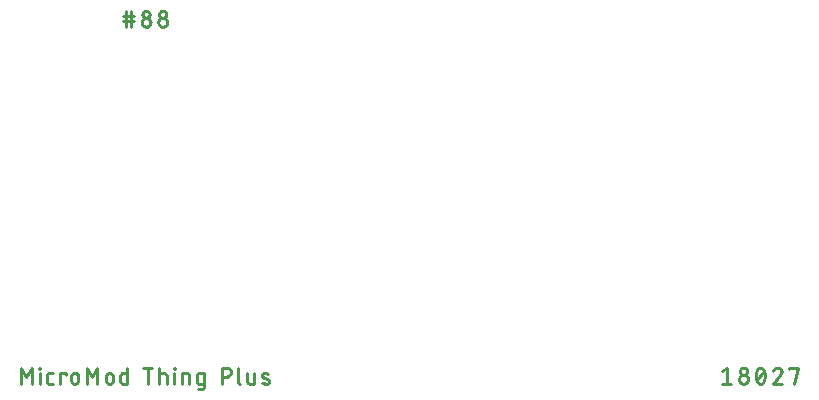
<source format=gto>
G04 EAGLE Gerber RS-274X export*
G75*
%MOMM*%
%FSLAX34Y34*%
%LPD*%
%INSilkscreen Top*%
%IPPOS*%
%AMOC8*
5,1,8,0,0,1.08239X$1,22.5*%
G01*
%ADD10C,0.228600*%


D10*
X178278Y263165D02*
X187338Y263165D01*
X187338Y267695D02*
X178278Y267695D01*
X180543Y272225D02*
X180543Y258636D01*
X185073Y258636D02*
X185073Y272225D01*
X193689Y262410D02*
X193691Y262531D01*
X193697Y262652D01*
X193706Y262772D01*
X193720Y262893D01*
X193737Y263012D01*
X193759Y263132D01*
X193784Y263250D01*
X193812Y263368D01*
X193845Y263484D01*
X193881Y263600D01*
X193921Y263714D01*
X193965Y263827D01*
X194012Y263938D01*
X194063Y264048D01*
X194117Y264156D01*
X194175Y264262D01*
X194236Y264367D01*
X194300Y264469D01*
X194368Y264570D01*
X194439Y264668D01*
X194513Y264764D01*
X194590Y264857D01*
X194669Y264948D01*
X194752Y265036D01*
X194838Y265122D01*
X194926Y265205D01*
X195017Y265284D01*
X195110Y265361D01*
X195206Y265435D01*
X195304Y265506D01*
X195405Y265574D01*
X195507Y265638D01*
X195612Y265699D01*
X195718Y265757D01*
X195826Y265811D01*
X195936Y265862D01*
X196047Y265909D01*
X196160Y265953D01*
X196274Y265993D01*
X196390Y266029D01*
X196506Y266062D01*
X196624Y266090D01*
X196742Y266115D01*
X196862Y266137D01*
X196981Y266154D01*
X197102Y266168D01*
X197222Y266177D01*
X197343Y266183D01*
X197464Y266185D01*
X197585Y266183D01*
X197706Y266177D01*
X197826Y266168D01*
X197947Y266154D01*
X198066Y266137D01*
X198186Y266115D01*
X198304Y266090D01*
X198422Y266062D01*
X198538Y266029D01*
X198654Y265993D01*
X198768Y265953D01*
X198881Y265909D01*
X198992Y265862D01*
X199102Y265811D01*
X199210Y265757D01*
X199316Y265699D01*
X199421Y265638D01*
X199523Y265574D01*
X199624Y265506D01*
X199722Y265435D01*
X199818Y265361D01*
X199911Y265284D01*
X200002Y265205D01*
X200090Y265122D01*
X200176Y265036D01*
X200259Y264948D01*
X200338Y264857D01*
X200415Y264764D01*
X200489Y264668D01*
X200560Y264570D01*
X200628Y264469D01*
X200692Y264367D01*
X200753Y264262D01*
X200811Y264156D01*
X200865Y264048D01*
X200916Y263938D01*
X200963Y263827D01*
X201007Y263714D01*
X201047Y263600D01*
X201083Y263484D01*
X201116Y263368D01*
X201144Y263250D01*
X201169Y263132D01*
X201191Y263012D01*
X201208Y262893D01*
X201222Y262772D01*
X201231Y262652D01*
X201237Y262531D01*
X201239Y262410D01*
X201237Y262289D01*
X201231Y262168D01*
X201222Y262048D01*
X201208Y261927D01*
X201191Y261808D01*
X201169Y261688D01*
X201144Y261570D01*
X201116Y261452D01*
X201083Y261336D01*
X201047Y261220D01*
X201007Y261106D01*
X200963Y260993D01*
X200916Y260882D01*
X200865Y260772D01*
X200811Y260664D01*
X200753Y260558D01*
X200692Y260453D01*
X200628Y260351D01*
X200560Y260250D01*
X200489Y260152D01*
X200415Y260056D01*
X200338Y259963D01*
X200259Y259872D01*
X200176Y259784D01*
X200090Y259698D01*
X200002Y259615D01*
X199911Y259536D01*
X199818Y259459D01*
X199722Y259385D01*
X199624Y259314D01*
X199523Y259246D01*
X199421Y259182D01*
X199316Y259121D01*
X199210Y259063D01*
X199102Y259009D01*
X198992Y258958D01*
X198881Y258911D01*
X198768Y258867D01*
X198654Y258827D01*
X198538Y258791D01*
X198422Y258758D01*
X198304Y258730D01*
X198186Y258705D01*
X198066Y258683D01*
X197947Y258666D01*
X197826Y258652D01*
X197706Y258643D01*
X197585Y258637D01*
X197464Y258635D01*
X197343Y258637D01*
X197222Y258643D01*
X197102Y258652D01*
X196981Y258666D01*
X196862Y258683D01*
X196742Y258705D01*
X196624Y258730D01*
X196506Y258758D01*
X196390Y258791D01*
X196274Y258827D01*
X196160Y258867D01*
X196047Y258911D01*
X195936Y258958D01*
X195826Y259009D01*
X195718Y259063D01*
X195612Y259121D01*
X195507Y259182D01*
X195405Y259246D01*
X195304Y259314D01*
X195206Y259385D01*
X195110Y259459D01*
X195017Y259536D01*
X194926Y259615D01*
X194838Y259698D01*
X194752Y259784D01*
X194669Y259872D01*
X194590Y259963D01*
X194513Y260056D01*
X194439Y260152D01*
X194368Y260250D01*
X194300Y260351D01*
X194236Y260453D01*
X194175Y260558D01*
X194117Y260664D01*
X194063Y260772D01*
X194012Y260882D01*
X193965Y260993D01*
X193921Y261106D01*
X193881Y261220D01*
X193845Y261336D01*
X193812Y261452D01*
X193784Y261570D01*
X193759Y261688D01*
X193737Y261808D01*
X193720Y261927D01*
X193706Y262048D01*
X193697Y262168D01*
X193691Y262289D01*
X193689Y262410D01*
X194444Y269205D02*
X194446Y269314D01*
X194452Y269423D01*
X194462Y269532D01*
X194475Y269640D01*
X194493Y269747D01*
X194515Y269854D01*
X194540Y269960D01*
X194569Y270065D01*
X194602Y270169D01*
X194639Y270272D01*
X194679Y270373D01*
X194723Y270473D01*
X194771Y270571D01*
X194822Y270668D01*
X194876Y270762D01*
X194934Y270854D01*
X194995Y270945D01*
X195060Y271033D01*
X195127Y271118D01*
X195198Y271201D01*
X195271Y271282D01*
X195348Y271360D01*
X195427Y271435D01*
X195509Y271507D01*
X195593Y271576D01*
X195680Y271642D01*
X195769Y271705D01*
X195861Y271764D01*
X195954Y271820D01*
X196049Y271873D01*
X196147Y271923D01*
X196246Y271968D01*
X196346Y272011D01*
X196448Y272049D01*
X196552Y272084D01*
X196656Y272115D01*
X196762Y272142D01*
X196868Y272166D01*
X196975Y272185D01*
X197083Y272201D01*
X197192Y272213D01*
X197301Y272221D01*
X197409Y272225D01*
X197519Y272225D01*
X197627Y272221D01*
X197736Y272213D01*
X197845Y272201D01*
X197953Y272185D01*
X198060Y272166D01*
X198166Y272142D01*
X198272Y272115D01*
X198376Y272084D01*
X198480Y272049D01*
X198582Y272011D01*
X198682Y271968D01*
X198781Y271923D01*
X198879Y271873D01*
X198974Y271820D01*
X199067Y271764D01*
X199159Y271705D01*
X199248Y271642D01*
X199335Y271576D01*
X199419Y271507D01*
X199501Y271435D01*
X199580Y271360D01*
X199657Y271282D01*
X199730Y271201D01*
X199801Y271118D01*
X199868Y271033D01*
X199933Y270945D01*
X199994Y270854D01*
X200052Y270762D01*
X200106Y270668D01*
X200157Y270571D01*
X200205Y270473D01*
X200249Y270373D01*
X200289Y270272D01*
X200326Y270169D01*
X200359Y270065D01*
X200388Y269960D01*
X200413Y269854D01*
X200435Y269747D01*
X200453Y269640D01*
X200466Y269532D01*
X200476Y269423D01*
X200482Y269314D01*
X200484Y269205D01*
X200482Y269096D01*
X200476Y268987D01*
X200466Y268878D01*
X200453Y268770D01*
X200435Y268663D01*
X200413Y268556D01*
X200388Y268450D01*
X200359Y268345D01*
X200326Y268241D01*
X200289Y268138D01*
X200249Y268037D01*
X200205Y267937D01*
X200157Y267839D01*
X200106Y267742D01*
X200052Y267648D01*
X199994Y267556D01*
X199933Y267465D01*
X199868Y267377D01*
X199801Y267292D01*
X199730Y267209D01*
X199657Y267128D01*
X199580Y267050D01*
X199501Y266975D01*
X199419Y266903D01*
X199335Y266834D01*
X199248Y266768D01*
X199159Y266705D01*
X199067Y266646D01*
X198974Y266590D01*
X198879Y266537D01*
X198781Y266487D01*
X198682Y266442D01*
X198582Y266399D01*
X198480Y266361D01*
X198376Y266326D01*
X198272Y266295D01*
X198166Y266268D01*
X198060Y266244D01*
X197953Y266225D01*
X197845Y266209D01*
X197736Y266197D01*
X197627Y266189D01*
X197519Y266185D01*
X197409Y266185D01*
X197301Y266189D01*
X197192Y266197D01*
X197083Y266209D01*
X196975Y266225D01*
X196868Y266244D01*
X196762Y266268D01*
X196656Y266295D01*
X196552Y266326D01*
X196448Y266361D01*
X196346Y266399D01*
X196246Y266442D01*
X196147Y266487D01*
X196049Y266537D01*
X195954Y266590D01*
X195861Y266646D01*
X195769Y266705D01*
X195680Y266768D01*
X195593Y266834D01*
X195509Y266903D01*
X195427Y266975D01*
X195348Y267050D01*
X195271Y267128D01*
X195198Y267209D01*
X195127Y267292D01*
X195060Y267377D01*
X194995Y267465D01*
X194934Y267556D01*
X194876Y267648D01*
X194822Y267742D01*
X194771Y267839D01*
X194723Y267937D01*
X194679Y268037D01*
X194639Y268138D01*
X194602Y268241D01*
X194569Y268345D01*
X194540Y268450D01*
X194515Y268556D01*
X194493Y268663D01*
X194475Y268770D01*
X194462Y268878D01*
X194452Y268987D01*
X194446Y269096D01*
X194444Y269205D01*
X207872Y262410D02*
X207874Y262531D01*
X207880Y262652D01*
X207889Y262772D01*
X207903Y262893D01*
X207920Y263012D01*
X207942Y263132D01*
X207967Y263250D01*
X207995Y263368D01*
X208028Y263484D01*
X208064Y263600D01*
X208104Y263714D01*
X208148Y263827D01*
X208195Y263938D01*
X208246Y264048D01*
X208300Y264156D01*
X208358Y264262D01*
X208419Y264367D01*
X208483Y264469D01*
X208551Y264570D01*
X208622Y264668D01*
X208696Y264764D01*
X208773Y264857D01*
X208852Y264948D01*
X208935Y265036D01*
X209021Y265122D01*
X209109Y265205D01*
X209200Y265284D01*
X209293Y265361D01*
X209389Y265435D01*
X209487Y265506D01*
X209588Y265574D01*
X209690Y265638D01*
X209795Y265699D01*
X209901Y265757D01*
X210009Y265811D01*
X210119Y265862D01*
X210230Y265909D01*
X210343Y265953D01*
X210457Y265993D01*
X210573Y266029D01*
X210689Y266062D01*
X210807Y266090D01*
X210925Y266115D01*
X211045Y266137D01*
X211164Y266154D01*
X211285Y266168D01*
X211405Y266177D01*
X211526Y266183D01*
X211647Y266185D01*
X211768Y266183D01*
X211889Y266177D01*
X212009Y266168D01*
X212130Y266154D01*
X212249Y266137D01*
X212369Y266115D01*
X212487Y266090D01*
X212605Y266062D01*
X212721Y266029D01*
X212837Y265993D01*
X212951Y265953D01*
X213064Y265909D01*
X213175Y265862D01*
X213285Y265811D01*
X213393Y265757D01*
X213499Y265699D01*
X213604Y265638D01*
X213706Y265574D01*
X213807Y265506D01*
X213905Y265435D01*
X214001Y265361D01*
X214094Y265284D01*
X214185Y265205D01*
X214273Y265122D01*
X214359Y265036D01*
X214442Y264948D01*
X214521Y264857D01*
X214598Y264764D01*
X214672Y264668D01*
X214743Y264570D01*
X214811Y264469D01*
X214875Y264367D01*
X214936Y264262D01*
X214994Y264156D01*
X215048Y264048D01*
X215099Y263938D01*
X215146Y263827D01*
X215190Y263714D01*
X215230Y263600D01*
X215266Y263484D01*
X215299Y263368D01*
X215327Y263250D01*
X215352Y263132D01*
X215374Y263012D01*
X215391Y262893D01*
X215405Y262772D01*
X215414Y262652D01*
X215420Y262531D01*
X215422Y262410D01*
X215420Y262289D01*
X215414Y262168D01*
X215405Y262048D01*
X215391Y261927D01*
X215374Y261808D01*
X215352Y261688D01*
X215327Y261570D01*
X215299Y261452D01*
X215266Y261336D01*
X215230Y261220D01*
X215190Y261106D01*
X215146Y260993D01*
X215099Y260882D01*
X215048Y260772D01*
X214994Y260664D01*
X214936Y260558D01*
X214875Y260453D01*
X214811Y260351D01*
X214743Y260250D01*
X214672Y260152D01*
X214598Y260056D01*
X214521Y259963D01*
X214442Y259872D01*
X214359Y259784D01*
X214273Y259698D01*
X214185Y259615D01*
X214094Y259536D01*
X214001Y259459D01*
X213905Y259385D01*
X213807Y259314D01*
X213706Y259246D01*
X213604Y259182D01*
X213499Y259121D01*
X213393Y259063D01*
X213285Y259009D01*
X213175Y258958D01*
X213064Y258911D01*
X212951Y258867D01*
X212837Y258827D01*
X212721Y258791D01*
X212605Y258758D01*
X212487Y258730D01*
X212369Y258705D01*
X212249Y258683D01*
X212130Y258666D01*
X212009Y258652D01*
X211889Y258643D01*
X211768Y258637D01*
X211647Y258635D01*
X211526Y258637D01*
X211405Y258643D01*
X211285Y258652D01*
X211164Y258666D01*
X211045Y258683D01*
X210925Y258705D01*
X210807Y258730D01*
X210689Y258758D01*
X210573Y258791D01*
X210457Y258827D01*
X210343Y258867D01*
X210230Y258911D01*
X210119Y258958D01*
X210009Y259009D01*
X209901Y259063D01*
X209795Y259121D01*
X209690Y259182D01*
X209588Y259246D01*
X209487Y259314D01*
X209389Y259385D01*
X209293Y259459D01*
X209200Y259536D01*
X209109Y259615D01*
X209021Y259698D01*
X208935Y259784D01*
X208852Y259872D01*
X208773Y259963D01*
X208696Y260056D01*
X208622Y260152D01*
X208551Y260250D01*
X208483Y260351D01*
X208419Y260453D01*
X208358Y260558D01*
X208300Y260664D01*
X208246Y260772D01*
X208195Y260882D01*
X208148Y260993D01*
X208104Y261106D01*
X208064Y261220D01*
X208028Y261336D01*
X207995Y261452D01*
X207967Y261570D01*
X207942Y261688D01*
X207920Y261808D01*
X207903Y261927D01*
X207889Y262048D01*
X207880Y262168D01*
X207874Y262289D01*
X207872Y262410D01*
X208627Y269205D02*
X208629Y269314D01*
X208635Y269423D01*
X208645Y269532D01*
X208658Y269640D01*
X208676Y269747D01*
X208698Y269854D01*
X208723Y269960D01*
X208752Y270065D01*
X208785Y270169D01*
X208822Y270272D01*
X208862Y270373D01*
X208906Y270473D01*
X208954Y270571D01*
X209005Y270668D01*
X209059Y270762D01*
X209117Y270854D01*
X209178Y270945D01*
X209243Y271033D01*
X209310Y271118D01*
X209381Y271201D01*
X209454Y271282D01*
X209531Y271360D01*
X209610Y271435D01*
X209692Y271507D01*
X209776Y271576D01*
X209863Y271642D01*
X209952Y271705D01*
X210044Y271764D01*
X210137Y271820D01*
X210232Y271873D01*
X210330Y271923D01*
X210429Y271968D01*
X210529Y272011D01*
X210631Y272049D01*
X210735Y272084D01*
X210839Y272115D01*
X210945Y272142D01*
X211051Y272166D01*
X211158Y272185D01*
X211266Y272201D01*
X211375Y272213D01*
X211484Y272221D01*
X211592Y272225D01*
X211702Y272225D01*
X211810Y272221D01*
X211919Y272213D01*
X212028Y272201D01*
X212136Y272185D01*
X212243Y272166D01*
X212349Y272142D01*
X212455Y272115D01*
X212559Y272084D01*
X212663Y272049D01*
X212765Y272011D01*
X212865Y271968D01*
X212964Y271923D01*
X213062Y271873D01*
X213157Y271820D01*
X213250Y271764D01*
X213342Y271705D01*
X213431Y271642D01*
X213518Y271576D01*
X213602Y271507D01*
X213684Y271435D01*
X213763Y271360D01*
X213840Y271282D01*
X213913Y271201D01*
X213984Y271118D01*
X214051Y271033D01*
X214116Y270945D01*
X214177Y270854D01*
X214235Y270762D01*
X214289Y270668D01*
X214340Y270571D01*
X214388Y270473D01*
X214432Y270373D01*
X214472Y270272D01*
X214509Y270169D01*
X214542Y270065D01*
X214571Y269960D01*
X214596Y269854D01*
X214618Y269747D01*
X214636Y269640D01*
X214649Y269532D01*
X214659Y269423D01*
X214665Y269314D01*
X214667Y269205D01*
X214665Y269096D01*
X214659Y268987D01*
X214649Y268878D01*
X214636Y268770D01*
X214618Y268663D01*
X214596Y268556D01*
X214571Y268450D01*
X214542Y268345D01*
X214509Y268241D01*
X214472Y268138D01*
X214432Y268037D01*
X214388Y267937D01*
X214340Y267839D01*
X214289Y267742D01*
X214235Y267648D01*
X214177Y267556D01*
X214116Y267465D01*
X214051Y267377D01*
X213984Y267292D01*
X213913Y267209D01*
X213840Y267128D01*
X213763Y267050D01*
X213684Y266975D01*
X213602Y266903D01*
X213518Y266834D01*
X213431Y266768D01*
X213342Y266705D01*
X213250Y266646D01*
X213157Y266590D01*
X213062Y266537D01*
X212964Y266487D01*
X212865Y266442D01*
X212765Y266399D01*
X212663Y266361D01*
X212559Y266326D01*
X212455Y266295D01*
X212349Y266268D01*
X212243Y266244D01*
X212136Y266225D01*
X212028Y266209D01*
X211919Y266197D01*
X211810Y266189D01*
X211702Y266185D01*
X211592Y266185D01*
X211484Y266189D01*
X211375Y266197D01*
X211266Y266209D01*
X211158Y266225D01*
X211051Y266244D01*
X210945Y266268D01*
X210839Y266295D01*
X210735Y266326D01*
X210631Y266361D01*
X210529Y266399D01*
X210429Y266442D01*
X210330Y266487D01*
X210232Y266537D01*
X210137Y266590D01*
X210044Y266646D01*
X209952Y266705D01*
X209863Y266768D01*
X209776Y266834D01*
X209692Y266903D01*
X209610Y266975D01*
X209531Y267050D01*
X209454Y267128D01*
X209381Y267209D01*
X209310Y267292D01*
X209243Y267377D01*
X209178Y267465D01*
X209117Y267556D01*
X209059Y267648D01*
X209005Y267742D01*
X208954Y267839D01*
X208906Y267937D01*
X208862Y268037D01*
X208822Y268138D01*
X208785Y268241D01*
X208752Y268345D01*
X208723Y268450D01*
X208698Y268556D01*
X208676Y268663D01*
X208658Y268770D01*
X208645Y268878D01*
X208635Y268987D01*
X208629Y269096D01*
X208627Y269205D01*
X91476Y-30036D02*
X91476Y-43625D01*
X96006Y-37585D02*
X91476Y-30036D01*
X96006Y-37585D02*
X100536Y-30036D01*
X100536Y-43625D01*
X107353Y-43625D02*
X107353Y-34565D01*
X106975Y-30790D02*
X106975Y-30036D01*
X107730Y-30036D01*
X107730Y-30790D01*
X106975Y-30790D01*
X115603Y-43625D02*
X118623Y-43625D01*
X115603Y-43625D02*
X115509Y-43623D01*
X115416Y-43617D01*
X115323Y-43608D01*
X115230Y-43594D01*
X115138Y-43577D01*
X115047Y-43556D01*
X114957Y-43531D01*
X114868Y-43502D01*
X114780Y-43470D01*
X114693Y-43434D01*
X114608Y-43395D01*
X114525Y-43352D01*
X114444Y-43306D01*
X114364Y-43256D01*
X114287Y-43203D01*
X114212Y-43147D01*
X114139Y-43088D01*
X114069Y-43026D01*
X114001Y-42962D01*
X113937Y-42894D01*
X113875Y-42824D01*
X113816Y-42751D01*
X113760Y-42676D01*
X113707Y-42599D01*
X113657Y-42519D01*
X113611Y-42438D01*
X113568Y-42355D01*
X113529Y-42270D01*
X113493Y-42183D01*
X113461Y-42095D01*
X113432Y-42006D01*
X113407Y-41916D01*
X113386Y-41825D01*
X113369Y-41733D01*
X113355Y-41640D01*
X113346Y-41547D01*
X113340Y-41454D01*
X113338Y-41360D01*
X113338Y-36830D01*
X113340Y-36736D01*
X113346Y-36643D01*
X113355Y-36550D01*
X113369Y-36457D01*
X113386Y-36365D01*
X113407Y-36274D01*
X113432Y-36184D01*
X113461Y-36095D01*
X113493Y-36007D01*
X113529Y-35920D01*
X113568Y-35835D01*
X113611Y-35752D01*
X113657Y-35671D01*
X113707Y-35591D01*
X113760Y-35514D01*
X113816Y-35439D01*
X113875Y-35366D01*
X113937Y-35296D01*
X114001Y-35228D01*
X114069Y-35164D01*
X114139Y-35102D01*
X114212Y-35043D01*
X114287Y-34987D01*
X114364Y-34934D01*
X114444Y-34884D01*
X114525Y-34838D01*
X114608Y-34795D01*
X114693Y-34756D01*
X114780Y-34720D01*
X114868Y-34688D01*
X114957Y-34659D01*
X115047Y-34634D01*
X115138Y-34613D01*
X115230Y-34596D01*
X115323Y-34582D01*
X115416Y-34573D01*
X115509Y-34567D01*
X115603Y-34565D01*
X118623Y-34565D01*
X124776Y-34565D02*
X124776Y-43625D01*
X124776Y-34565D02*
X129305Y-34565D01*
X129305Y-36075D01*
X134118Y-37585D02*
X134118Y-40605D01*
X134117Y-37585D02*
X134119Y-37476D01*
X134125Y-37367D01*
X134135Y-37258D01*
X134148Y-37150D01*
X134166Y-37043D01*
X134188Y-36936D01*
X134213Y-36830D01*
X134242Y-36725D01*
X134275Y-36621D01*
X134312Y-36518D01*
X134352Y-36417D01*
X134396Y-36317D01*
X134444Y-36219D01*
X134495Y-36122D01*
X134549Y-36028D01*
X134607Y-35936D01*
X134668Y-35845D01*
X134733Y-35757D01*
X134800Y-35672D01*
X134871Y-35589D01*
X134944Y-35508D01*
X135021Y-35430D01*
X135100Y-35355D01*
X135182Y-35283D01*
X135266Y-35214D01*
X135353Y-35148D01*
X135442Y-35085D01*
X135534Y-35026D01*
X135627Y-34970D01*
X135722Y-34917D01*
X135820Y-34867D01*
X135919Y-34822D01*
X136019Y-34779D01*
X136121Y-34741D01*
X136225Y-34706D01*
X136329Y-34675D01*
X136435Y-34648D01*
X136541Y-34624D01*
X136648Y-34605D01*
X136756Y-34589D01*
X136865Y-34577D01*
X136974Y-34569D01*
X137082Y-34565D01*
X137192Y-34565D01*
X137300Y-34569D01*
X137409Y-34577D01*
X137518Y-34589D01*
X137626Y-34605D01*
X137733Y-34624D01*
X137839Y-34648D01*
X137945Y-34675D01*
X138049Y-34706D01*
X138153Y-34741D01*
X138255Y-34779D01*
X138355Y-34822D01*
X138454Y-34867D01*
X138552Y-34917D01*
X138647Y-34970D01*
X138740Y-35026D01*
X138832Y-35085D01*
X138921Y-35148D01*
X139008Y-35214D01*
X139092Y-35283D01*
X139174Y-35355D01*
X139253Y-35430D01*
X139330Y-35508D01*
X139403Y-35589D01*
X139474Y-35672D01*
X139541Y-35757D01*
X139606Y-35845D01*
X139667Y-35936D01*
X139725Y-36028D01*
X139779Y-36122D01*
X139830Y-36219D01*
X139878Y-36317D01*
X139922Y-36417D01*
X139962Y-36518D01*
X139999Y-36621D01*
X140032Y-36725D01*
X140061Y-36830D01*
X140086Y-36936D01*
X140108Y-37043D01*
X140126Y-37150D01*
X140139Y-37258D01*
X140149Y-37367D01*
X140155Y-37476D01*
X140157Y-37585D01*
X140157Y-40605D01*
X140155Y-40714D01*
X140149Y-40823D01*
X140139Y-40932D01*
X140126Y-41040D01*
X140108Y-41147D01*
X140086Y-41254D01*
X140061Y-41360D01*
X140032Y-41465D01*
X139999Y-41569D01*
X139962Y-41672D01*
X139922Y-41773D01*
X139878Y-41873D01*
X139830Y-41971D01*
X139779Y-42068D01*
X139725Y-42162D01*
X139667Y-42254D01*
X139606Y-42345D01*
X139541Y-42433D01*
X139474Y-42518D01*
X139403Y-42601D01*
X139330Y-42682D01*
X139253Y-42760D01*
X139174Y-42835D01*
X139092Y-42907D01*
X139008Y-42976D01*
X138921Y-43042D01*
X138832Y-43105D01*
X138740Y-43164D01*
X138647Y-43220D01*
X138552Y-43273D01*
X138454Y-43323D01*
X138355Y-43368D01*
X138255Y-43411D01*
X138153Y-43449D01*
X138049Y-43484D01*
X137945Y-43515D01*
X137839Y-43542D01*
X137733Y-43566D01*
X137626Y-43585D01*
X137518Y-43601D01*
X137409Y-43613D01*
X137300Y-43621D01*
X137192Y-43625D01*
X137082Y-43625D01*
X136974Y-43621D01*
X136865Y-43613D01*
X136756Y-43601D01*
X136648Y-43585D01*
X136541Y-43566D01*
X136435Y-43542D01*
X136329Y-43515D01*
X136225Y-43484D01*
X136121Y-43449D01*
X136019Y-43411D01*
X135919Y-43368D01*
X135820Y-43323D01*
X135722Y-43273D01*
X135627Y-43220D01*
X135534Y-43164D01*
X135442Y-43105D01*
X135353Y-43042D01*
X135266Y-42976D01*
X135182Y-42907D01*
X135100Y-42835D01*
X135021Y-42760D01*
X134944Y-42682D01*
X134871Y-42601D01*
X134800Y-42518D01*
X134733Y-42433D01*
X134668Y-42345D01*
X134607Y-42254D01*
X134549Y-42162D01*
X134495Y-42068D01*
X134444Y-41971D01*
X134396Y-41873D01*
X134352Y-41773D01*
X134312Y-41672D01*
X134275Y-41569D01*
X134242Y-41465D01*
X134213Y-41360D01*
X134188Y-41254D01*
X134166Y-41147D01*
X134148Y-41040D01*
X134135Y-40932D01*
X134125Y-40823D01*
X134119Y-40714D01*
X134117Y-40605D01*
X147264Y-43625D02*
X147264Y-30036D01*
X151793Y-37585D01*
X156323Y-30036D01*
X156323Y-43625D01*
X163430Y-40605D02*
X163430Y-37585D01*
X163429Y-37585D02*
X163431Y-37476D01*
X163437Y-37367D01*
X163447Y-37258D01*
X163460Y-37150D01*
X163478Y-37043D01*
X163500Y-36936D01*
X163525Y-36830D01*
X163554Y-36725D01*
X163587Y-36621D01*
X163624Y-36518D01*
X163664Y-36417D01*
X163708Y-36317D01*
X163756Y-36219D01*
X163807Y-36122D01*
X163861Y-36028D01*
X163919Y-35936D01*
X163980Y-35845D01*
X164045Y-35757D01*
X164112Y-35672D01*
X164183Y-35589D01*
X164256Y-35508D01*
X164333Y-35430D01*
X164412Y-35355D01*
X164494Y-35283D01*
X164578Y-35214D01*
X164665Y-35148D01*
X164754Y-35085D01*
X164846Y-35026D01*
X164939Y-34970D01*
X165034Y-34917D01*
X165132Y-34867D01*
X165231Y-34822D01*
X165331Y-34779D01*
X165433Y-34741D01*
X165537Y-34706D01*
X165641Y-34675D01*
X165747Y-34648D01*
X165853Y-34624D01*
X165960Y-34605D01*
X166068Y-34589D01*
X166177Y-34577D01*
X166286Y-34569D01*
X166394Y-34565D01*
X166504Y-34565D01*
X166612Y-34569D01*
X166721Y-34577D01*
X166830Y-34589D01*
X166938Y-34605D01*
X167045Y-34624D01*
X167151Y-34648D01*
X167257Y-34675D01*
X167361Y-34706D01*
X167465Y-34741D01*
X167567Y-34779D01*
X167667Y-34822D01*
X167766Y-34867D01*
X167864Y-34917D01*
X167959Y-34970D01*
X168052Y-35026D01*
X168144Y-35085D01*
X168233Y-35148D01*
X168320Y-35214D01*
X168404Y-35283D01*
X168486Y-35355D01*
X168565Y-35430D01*
X168642Y-35508D01*
X168715Y-35589D01*
X168786Y-35672D01*
X168853Y-35757D01*
X168918Y-35845D01*
X168979Y-35936D01*
X169037Y-36028D01*
X169091Y-36122D01*
X169142Y-36219D01*
X169190Y-36317D01*
X169234Y-36417D01*
X169274Y-36518D01*
X169311Y-36621D01*
X169344Y-36725D01*
X169373Y-36830D01*
X169398Y-36936D01*
X169420Y-37043D01*
X169438Y-37150D01*
X169451Y-37258D01*
X169461Y-37367D01*
X169467Y-37476D01*
X169469Y-37585D01*
X169469Y-40605D01*
X169467Y-40714D01*
X169461Y-40823D01*
X169451Y-40932D01*
X169438Y-41040D01*
X169420Y-41147D01*
X169398Y-41254D01*
X169373Y-41360D01*
X169344Y-41465D01*
X169311Y-41569D01*
X169274Y-41672D01*
X169234Y-41773D01*
X169190Y-41873D01*
X169142Y-41971D01*
X169091Y-42068D01*
X169037Y-42162D01*
X168979Y-42254D01*
X168918Y-42345D01*
X168853Y-42433D01*
X168786Y-42518D01*
X168715Y-42601D01*
X168642Y-42682D01*
X168565Y-42760D01*
X168486Y-42835D01*
X168404Y-42907D01*
X168320Y-42976D01*
X168233Y-43042D01*
X168144Y-43105D01*
X168052Y-43164D01*
X167959Y-43220D01*
X167864Y-43273D01*
X167766Y-43323D01*
X167667Y-43368D01*
X167567Y-43411D01*
X167465Y-43449D01*
X167361Y-43484D01*
X167257Y-43515D01*
X167151Y-43542D01*
X167045Y-43566D01*
X166938Y-43585D01*
X166830Y-43601D01*
X166721Y-43613D01*
X166612Y-43621D01*
X166504Y-43625D01*
X166394Y-43625D01*
X166286Y-43621D01*
X166177Y-43613D01*
X166068Y-43601D01*
X165960Y-43585D01*
X165853Y-43566D01*
X165747Y-43542D01*
X165641Y-43515D01*
X165537Y-43484D01*
X165433Y-43449D01*
X165331Y-43411D01*
X165231Y-43368D01*
X165132Y-43323D01*
X165034Y-43273D01*
X164939Y-43220D01*
X164846Y-43164D01*
X164754Y-43105D01*
X164665Y-43042D01*
X164578Y-42976D01*
X164494Y-42907D01*
X164412Y-42835D01*
X164333Y-42760D01*
X164256Y-42682D01*
X164183Y-42601D01*
X164112Y-42518D01*
X164045Y-42433D01*
X163980Y-42345D01*
X163919Y-42254D01*
X163861Y-42162D01*
X163807Y-42068D01*
X163756Y-41971D01*
X163708Y-41873D01*
X163664Y-41773D01*
X163624Y-41672D01*
X163587Y-41569D01*
X163554Y-41465D01*
X163525Y-41360D01*
X163500Y-41254D01*
X163478Y-41147D01*
X163460Y-41040D01*
X163447Y-40932D01*
X163437Y-40823D01*
X163431Y-40714D01*
X163429Y-40605D01*
X181662Y-43625D02*
X181662Y-30036D01*
X181662Y-43625D02*
X177887Y-43625D01*
X177793Y-43623D01*
X177700Y-43617D01*
X177607Y-43608D01*
X177514Y-43594D01*
X177422Y-43577D01*
X177331Y-43556D01*
X177241Y-43531D01*
X177152Y-43502D01*
X177064Y-43470D01*
X176977Y-43434D01*
X176892Y-43395D01*
X176809Y-43352D01*
X176728Y-43306D01*
X176648Y-43256D01*
X176571Y-43203D01*
X176496Y-43147D01*
X176423Y-43088D01*
X176353Y-43026D01*
X176285Y-42962D01*
X176221Y-42894D01*
X176159Y-42824D01*
X176100Y-42751D01*
X176044Y-42676D01*
X175991Y-42599D01*
X175941Y-42519D01*
X175895Y-42438D01*
X175852Y-42355D01*
X175813Y-42270D01*
X175777Y-42183D01*
X175745Y-42095D01*
X175716Y-42006D01*
X175691Y-41916D01*
X175670Y-41825D01*
X175653Y-41733D01*
X175639Y-41640D01*
X175630Y-41547D01*
X175624Y-41454D01*
X175622Y-41360D01*
X175622Y-36830D01*
X175624Y-36736D01*
X175630Y-36643D01*
X175639Y-36550D01*
X175653Y-36457D01*
X175670Y-36365D01*
X175691Y-36274D01*
X175716Y-36184D01*
X175745Y-36095D01*
X175777Y-36007D01*
X175813Y-35920D01*
X175852Y-35835D01*
X175895Y-35752D01*
X175941Y-35671D01*
X175991Y-35591D01*
X176044Y-35514D01*
X176100Y-35439D01*
X176159Y-35366D01*
X176221Y-35296D01*
X176285Y-35228D01*
X176353Y-35164D01*
X176423Y-35102D01*
X176496Y-35043D01*
X176571Y-34987D01*
X176648Y-34934D01*
X176728Y-34884D01*
X176809Y-34838D01*
X176892Y-34795D01*
X176977Y-34756D01*
X177064Y-34720D01*
X177152Y-34688D01*
X177241Y-34659D01*
X177331Y-34634D01*
X177422Y-34613D01*
X177514Y-34596D01*
X177607Y-34582D01*
X177700Y-34573D01*
X177793Y-34567D01*
X177887Y-34565D01*
X181662Y-34565D01*
X199071Y-30036D02*
X199071Y-43625D01*
X195296Y-30036D02*
X202846Y-30036D01*
X208816Y-30036D02*
X208816Y-43625D01*
X208816Y-34565D02*
X212591Y-34565D01*
X212685Y-34567D01*
X212778Y-34573D01*
X212871Y-34582D01*
X212964Y-34596D01*
X213056Y-34613D01*
X213147Y-34634D01*
X213237Y-34659D01*
X213326Y-34688D01*
X213414Y-34720D01*
X213501Y-34756D01*
X213586Y-34795D01*
X213669Y-34838D01*
X213750Y-34884D01*
X213830Y-34934D01*
X213907Y-34987D01*
X213982Y-35043D01*
X214055Y-35102D01*
X214125Y-35164D01*
X214193Y-35228D01*
X214257Y-35296D01*
X214319Y-35366D01*
X214378Y-35439D01*
X214434Y-35514D01*
X214487Y-35591D01*
X214537Y-35671D01*
X214583Y-35752D01*
X214626Y-35835D01*
X214665Y-35920D01*
X214701Y-36007D01*
X214733Y-36095D01*
X214762Y-36184D01*
X214787Y-36274D01*
X214808Y-36365D01*
X214825Y-36457D01*
X214839Y-36550D01*
X214848Y-36643D01*
X214854Y-36736D01*
X214856Y-36830D01*
X214856Y-43625D01*
X221291Y-43625D02*
X221291Y-34565D01*
X220914Y-30790D02*
X220914Y-30036D01*
X221669Y-30036D01*
X221669Y-30790D01*
X220914Y-30790D01*
X227727Y-34565D02*
X227727Y-43625D01*
X227727Y-34565D02*
X231502Y-34565D01*
X231596Y-34567D01*
X231689Y-34573D01*
X231782Y-34582D01*
X231875Y-34596D01*
X231967Y-34613D01*
X232058Y-34634D01*
X232148Y-34659D01*
X232237Y-34688D01*
X232325Y-34720D01*
X232412Y-34756D01*
X232497Y-34795D01*
X232580Y-34838D01*
X232661Y-34884D01*
X232741Y-34934D01*
X232818Y-34987D01*
X232893Y-35043D01*
X232966Y-35102D01*
X233036Y-35164D01*
X233104Y-35228D01*
X233168Y-35296D01*
X233230Y-35366D01*
X233289Y-35439D01*
X233345Y-35514D01*
X233398Y-35591D01*
X233448Y-35671D01*
X233494Y-35752D01*
X233537Y-35835D01*
X233576Y-35920D01*
X233612Y-36007D01*
X233644Y-36095D01*
X233673Y-36184D01*
X233698Y-36274D01*
X233719Y-36365D01*
X233736Y-36457D01*
X233750Y-36550D01*
X233759Y-36643D01*
X233765Y-36736D01*
X233767Y-36830D01*
X233767Y-43625D01*
X242657Y-43625D02*
X246432Y-43625D01*
X242657Y-43625D02*
X242563Y-43623D01*
X242470Y-43617D01*
X242377Y-43608D01*
X242284Y-43594D01*
X242192Y-43577D01*
X242101Y-43556D01*
X242011Y-43531D01*
X241922Y-43502D01*
X241834Y-43470D01*
X241747Y-43434D01*
X241662Y-43395D01*
X241579Y-43352D01*
X241498Y-43306D01*
X241418Y-43256D01*
X241341Y-43203D01*
X241266Y-43147D01*
X241193Y-43088D01*
X241123Y-43026D01*
X241055Y-42962D01*
X240991Y-42894D01*
X240929Y-42824D01*
X240870Y-42751D01*
X240814Y-42676D01*
X240761Y-42599D01*
X240711Y-42519D01*
X240665Y-42438D01*
X240622Y-42355D01*
X240583Y-42270D01*
X240547Y-42183D01*
X240515Y-42095D01*
X240486Y-42006D01*
X240461Y-41916D01*
X240440Y-41825D01*
X240423Y-41733D01*
X240409Y-41640D01*
X240400Y-41547D01*
X240394Y-41454D01*
X240392Y-41360D01*
X240392Y-36830D01*
X240394Y-36736D01*
X240400Y-36643D01*
X240409Y-36550D01*
X240423Y-36457D01*
X240440Y-36365D01*
X240461Y-36274D01*
X240486Y-36184D01*
X240515Y-36095D01*
X240547Y-36007D01*
X240583Y-35920D01*
X240622Y-35835D01*
X240665Y-35752D01*
X240711Y-35671D01*
X240761Y-35591D01*
X240814Y-35514D01*
X240870Y-35439D01*
X240929Y-35366D01*
X240991Y-35296D01*
X241055Y-35228D01*
X241123Y-35164D01*
X241193Y-35102D01*
X241266Y-35043D01*
X241341Y-34987D01*
X241418Y-34934D01*
X241498Y-34884D01*
X241579Y-34838D01*
X241662Y-34795D01*
X241747Y-34756D01*
X241834Y-34720D01*
X241922Y-34688D01*
X242011Y-34659D01*
X242101Y-34634D01*
X242192Y-34613D01*
X242284Y-34596D01*
X242377Y-34582D01*
X242470Y-34573D01*
X242563Y-34567D01*
X242657Y-34565D01*
X246432Y-34565D01*
X246432Y-45889D01*
X246430Y-45983D01*
X246424Y-46076D01*
X246415Y-46169D01*
X246401Y-46262D01*
X246384Y-46354D01*
X246363Y-46445D01*
X246338Y-46535D01*
X246309Y-46624D01*
X246277Y-46712D01*
X246241Y-46799D01*
X246202Y-46884D01*
X246159Y-46967D01*
X246113Y-47048D01*
X246063Y-47128D01*
X246010Y-47205D01*
X245954Y-47280D01*
X245895Y-47353D01*
X245833Y-47423D01*
X245769Y-47491D01*
X245701Y-47555D01*
X245631Y-47617D01*
X245558Y-47676D01*
X245483Y-47732D01*
X245406Y-47785D01*
X245326Y-47835D01*
X245245Y-47881D01*
X245162Y-47924D01*
X245077Y-47963D01*
X244990Y-47999D01*
X244902Y-48031D01*
X244813Y-48060D01*
X244723Y-48085D01*
X244632Y-48106D01*
X244540Y-48123D01*
X244447Y-48137D01*
X244354Y-48146D01*
X244261Y-48152D01*
X244167Y-48154D01*
X241147Y-48154D01*
X261772Y-43625D02*
X261772Y-30036D01*
X265546Y-30036D01*
X265546Y-30035D02*
X265667Y-30037D01*
X265788Y-30043D01*
X265908Y-30052D01*
X266029Y-30066D01*
X266148Y-30083D01*
X266268Y-30105D01*
X266386Y-30130D01*
X266504Y-30158D01*
X266620Y-30191D01*
X266736Y-30227D01*
X266850Y-30267D01*
X266963Y-30311D01*
X267074Y-30358D01*
X267184Y-30409D01*
X267292Y-30463D01*
X267398Y-30521D01*
X267503Y-30582D01*
X267605Y-30646D01*
X267706Y-30714D01*
X267804Y-30785D01*
X267900Y-30859D01*
X267993Y-30936D01*
X268084Y-31015D01*
X268172Y-31098D01*
X268258Y-31184D01*
X268341Y-31272D01*
X268420Y-31363D01*
X268497Y-31456D01*
X268571Y-31552D01*
X268642Y-31650D01*
X268710Y-31751D01*
X268774Y-31853D01*
X268835Y-31958D01*
X268893Y-32064D01*
X268947Y-32172D01*
X268998Y-32282D01*
X269045Y-32393D01*
X269089Y-32506D01*
X269129Y-32620D01*
X269165Y-32736D01*
X269198Y-32852D01*
X269226Y-32970D01*
X269251Y-33088D01*
X269273Y-33208D01*
X269290Y-33327D01*
X269304Y-33448D01*
X269313Y-33568D01*
X269319Y-33689D01*
X269321Y-33810D01*
X269319Y-33931D01*
X269313Y-34052D01*
X269304Y-34172D01*
X269290Y-34293D01*
X269273Y-34412D01*
X269251Y-34532D01*
X269226Y-34650D01*
X269198Y-34768D01*
X269165Y-34884D01*
X269129Y-35000D01*
X269089Y-35114D01*
X269045Y-35227D01*
X268998Y-35338D01*
X268947Y-35448D01*
X268893Y-35556D01*
X268835Y-35662D01*
X268774Y-35767D01*
X268710Y-35869D01*
X268642Y-35970D01*
X268571Y-36068D01*
X268497Y-36164D01*
X268420Y-36257D01*
X268341Y-36348D01*
X268258Y-36436D01*
X268172Y-36522D01*
X268084Y-36605D01*
X267993Y-36684D01*
X267900Y-36761D01*
X267804Y-36835D01*
X267706Y-36906D01*
X267605Y-36974D01*
X267503Y-37038D01*
X267398Y-37099D01*
X267292Y-37157D01*
X267184Y-37211D01*
X267074Y-37262D01*
X266963Y-37309D01*
X266850Y-37353D01*
X266736Y-37393D01*
X266620Y-37429D01*
X266504Y-37462D01*
X266386Y-37490D01*
X266268Y-37515D01*
X266148Y-37537D01*
X266029Y-37554D01*
X265908Y-37568D01*
X265788Y-37577D01*
X265667Y-37583D01*
X265546Y-37585D01*
X261772Y-37585D01*
X275087Y-41360D02*
X275087Y-30036D01*
X275087Y-41360D02*
X275089Y-41454D01*
X275095Y-41547D01*
X275104Y-41640D01*
X275118Y-41733D01*
X275135Y-41825D01*
X275156Y-41916D01*
X275181Y-42006D01*
X275210Y-42095D01*
X275242Y-42183D01*
X275278Y-42270D01*
X275317Y-42355D01*
X275360Y-42438D01*
X275406Y-42519D01*
X275456Y-42599D01*
X275509Y-42676D01*
X275565Y-42751D01*
X275624Y-42824D01*
X275686Y-42894D01*
X275750Y-42962D01*
X275818Y-43026D01*
X275888Y-43088D01*
X275961Y-43147D01*
X276036Y-43203D01*
X276113Y-43256D01*
X276193Y-43306D01*
X276274Y-43352D01*
X276357Y-43395D01*
X276442Y-43434D01*
X276529Y-43470D01*
X276617Y-43502D01*
X276706Y-43531D01*
X276796Y-43556D01*
X276887Y-43577D01*
X276979Y-43594D01*
X277072Y-43608D01*
X277165Y-43617D01*
X277258Y-43623D01*
X277352Y-43625D01*
X283042Y-41360D02*
X283042Y-34565D01*
X283042Y-41360D02*
X283044Y-41454D01*
X283050Y-41547D01*
X283059Y-41640D01*
X283073Y-41733D01*
X283090Y-41825D01*
X283111Y-41916D01*
X283136Y-42006D01*
X283165Y-42095D01*
X283197Y-42183D01*
X283233Y-42270D01*
X283272Y-42355D01*
X283315Y-42438D01*
X283361Y-42519D01*
X283411Y-42599D01*
X283464Y-42676D01*
X283520Y-42751D01*
X283579Y-42824D01*
X283641Y-42894D01*
X283705Y-42962D01*
X283773Y-43026D01*
X283843Y-43088D01*
X283916Y-43147D01*
X283991Y-43203D01*
X284068Y-43256D01*
X284148Y-43306D01*
X284229Y-43352D01*
X284312Y-43395D01*
X284397Y-43434D01*
X284484Y-43470D01*
X284572Y-43502D01*
X284661Y-43531D01*
X284751Y-43556D01*
X284842Y-43577D01*
X284934Y-43594D01*
X285027Y-43608D01*
X285120Y-43617D01*
X285213Y-43623D01*
X285307Y-43625D01*
X289081Y-43625D01*
X289081Y-34565D01*
X296939Y-38340D02*
X300714Y-39850D01*
X296939Y-38339D02*
X296859Y-38305D01*
X296780Y-38267D01*
X296702Y-38225D01*
X296627Y-38181D01*
X296554Y-38132D01*
X296483Y-38081D01*
X296414Y-38027D01*
X296348Y-37969D01*
X296285Y-37909D01*
X296224Y-37845D01*
X296167Y-37780D01*
X296112Y-37711D01*
X296060Y-37640D01*
X296012Y-37567D01*
X295967Y-37492D01*
X295925Y-37415D01*
X295887Y-37337D01*
X295852Y-37256D01*
X295821Y-37174D01*
X295794Y-37091D01*
X295770Y-37007D01*
X295750Y-36921D01*
X295734Y-36835D01*
X295722Y-36748D01*
X295714Y-36661D01*
X295710Y-36574D01*
X295709Y-36486D01*
X295713Y-36399D01*
X295720Y-36311D01*
X295732Y-36224D01*
X295747Y-36138D01*
X295766Y-36053D01*
X295789Y-35968D01*
X295816Y-35885D01*
X295846Y-35803D01*
X295880Y-35722D01*
X295918Y-35643D01*
X295959Y-35565D01*
X296003Y-35490D01*
X296051Y-35417D01*
X296102Y-35345D01*
X296156Y-35277D01*
X296214Y-35210D01*
X296274Y-35147D01*
X296337Y-35086D01*
X296402Y-35028D01*
X296471Y-34973D01*
X296541Y-34921D01*
X296614Y-34872D01*
X296689Y-34826D01*
X296766Y-34784D01*
X296844Y-34746D01*
X296925Y-34711D01*
X297006Y-34680D01*
X297089Y-34652D01*
X297174Y-34628D01*
X297259Y-34608D01*
X297345Y-34592D01*
X297432Y-34579D01*
X297519Y-34571D01*
X297606Y-34566D01*
X297694Y-34565D01*
X297695Y-34565D02*
X297901Y-34570D01*
X298106Y-34581D01*
X298312Y-34596D01*
X298517Y-34616D01*
X298722Y-34641D01*
X298926Y-34672D01*
X299129Y-34707D01*
X299331Y-34746D01*
X299532Y-34791D01*
X299733Y-34841D01*
X299931Y-34895D01*
X300129Y-34954D01*
X300325Y-35018D01*
X300519Y-35087D01*
X300712Y-35160D01*
X300903Y-35237D01*
X301092Y-35320D01*
X300714Y-39850D02*
X300794Y-39884D01*
X300873Y-39922D01*
X300951Y-39964D01*
X301026Y-40008D01*
X301099Y-40057D01*
X301170Y-40108D01*
X301239Y-40162D01*
X301305Y-40220D01*
X301368Y-40280D01*
X301429Y-40344D01*
X301486Y-40409D01*
X301541Y-40478D01*
X301593Y-40549D01*
X301641Y-40622D01*
X301686Y-40697D01*
X301728Y-40774D01*
X301766Y-40852D01*
X301801Y-40933D01*
X301832Y-41015D01*
X301859Y-41098D01*
X301883Y-41182D01*
X301903Y-41268D01*
X301919Y-41354D01*
X301931Y-41441D01*
X301939Y-41528D01*
X301943Y-41615D01*
X301944Y-41703D01*
X301940Y-41790D01*
X301933Y-41878D01*
X301921Y-41965D01*
X301906Y-42051D01*
X301887Y-42136D01*
X301864Y-42221D01*
X301837Y-42304D01*
X301807Y-42386D01*
X301773Y-42467D01*
X301735Y-42546D01*
X301694Y-42624D01*
X301650Y-42699D01*
X301602Y-42772D01*
X301551Y-42844D01*
X301497Y-42912D01*
X301439Y-42979D01*
X301379Y-43042D01*
X301316Y-43103D01*
X301251Y-43161D01*
X301182Y-43216D01*
X301112Y-43268D01*
X301039Y-43317D01*
X300964Y-43363D01*
X300887Y-43405D01*
X300809Y-43443D01*
X300728Y-43478D01*
X300647Y-43509D01*
X300564Y-43537D01*
X300479Y-43561D01*
X300394Y-43581D01*
X300308Y-43597D01*
X300221Y-43610D01*
X300134Y-43618D01*
X300047Y-43623D01*
X299959Y-43624D01*
X299959Y-43625D02*
X299656Y-43617D01*
X299354Y-43602D01*
X299052Y-43580D01*
X298750Y-43550D01*
X298450Y-43514D01*
X298150Y-43470D01*
X297852Y-43419D01*
X297554Y-43362D01*
X297258Y-43297D01*
X296964Y-43225D01*
X296672Y-43147D01*
X296381Y-43061D01*
X296093Y-42969D01*
X295807Y-42870D01*
X685409Y-33055D02*
X689184Y-30036D01*
X689184Y-43625D01*
X692958Y-43625D02*
X685409Y-43625D01*
X699592Y-39850D02*
X699594Y-39729D01*
X699600Y-39608D01*
X699609Y-39488D01*
X699623Y-39367D01*
X699640Y-39248D01*
X699662Y-39128D01*
X699687Y-39010D01*
X699715Y-38892D01*
X699748Y-38776D01*
X699784Y-38660D01*
X699824Y-38546D01*
X699868Y-38433D01*
X699915Y-38322D01*
X699966Y-38212D01*
X700020Y-38104D01*
X700078Y-37998D01*
X700139Y-37893D01*
X700203Y-37791D01*
X700271Y-37690D01*
X700342Y-37592D01*
X700416Y-37496D01*
X700493Y-37403D01*
X700572Y-37312D01*
X700655Y-37224D01*
X700741Y-37138D01*
X700829Y-37055D01*
X700920Y-36976D01*
X701013Y-36899D01*
X701109Y-36825D01*
X701207Y-36754D01*
X701308Y-36686D01*
X701410Y-36622D01*
X701515Y-36561D01*
X701621Y-36503D01*
X701729Y-36449D01*
X701839Y-36398D01*
X701950Y-36351D01*
X702063Y-36307D01*
X702177Y-36267D01*
X702293Y-36231D01*
X702409Y-36198D01*
X702527Y-36170D01*
X702645Y-36145D01*
X702765Y-36123D01*
X702884Y-36106D01*
X703005Y-36092D01*
X703125Y-36083D01*
X703246Y-36077D01*
X703367Y-36075D01*
X703488Y-36077D01*
X703609Y-36083D01*
X703729Y-36092D01*
X703850Y-36106D01*
X703969Y-36123D01*
X704089Y-36145D01*
X704207Y-36170D01*
X704325Y-36198D01*
X704441Y-36231D01*
X704557Y-36267D01*
X704671Y-36307D01*
X704784Y-36351D01*
X704895Y-36398D01*
X705005Y-36449D01*
X705113Y-36503D01*
X705219Y-36561D01*
X705324Y-36622D01*
X705426Y-36686D01*
X705527Y-36754D01*
X705625Y-36825D01*
X705721Y-36899D01*
X705814Y-36976D01*
X705905Y-37055D01*
X705993Y-37138D01*
X706079Y-37224D01*
X706162Y-37312D01*
X706241Y-37403D01*
X706318Y-37496D01*
X706392Y-37592D01*
X706463Y-37690D01*
X706531Y-37791D01*
X706595Y-37893D01*
X706656Y-37998D01*
X706714Y-38104D01*
X706768Y-38212D01*
X706819Y-38322D01*
X706866Y-38433D01*
X706910Y-38546D01*
X706950Y-38660D01*
X706986Y-38776D01*
X707019Y-38892D01*
X707047Y-39010D01*
X707072Y-39128D01*
X707094Y-39248D01*
X707111Y-39367D01*
X707125Y-39488D01*
X707134Y-39608D01*
X707140Y-39729D01*
X707142Y-39850D01*
X707140Y-39971D01*
X707134Y-40092D01*
X707125Y-40212D01*
X707111Y-40333D01*
X707094Y-40452D01*
X707072Y-40572D01*
X707047Y-40690D01*
X707019Y-40808D01*
X706986Y-40924D01*
X706950Y-41040D01*
X706910Y-41154D01*
X706866Y-41267D01*
X706819Y-41378D01*
X706768Y-41488D01*
X706714Y-41596D01*
X706656Y-41702D01*
X706595Y-41807D01*
X706531Y-41909D01*
X706463Y-42010D01*
X706392Y-42108D01*
X706318Y-42204D01*
X706241Y-42297D01*
X706162Y-42388D01*
X706079Y-42476D01*
X705993Y-42562D01*
X705905Y-42645D01*
X705814Y-42724D01*
X705721Y-42801D01*
X705625Y-42875D01*
X705527Y-42946D01*
X705426Y-43014D01*
X705324Y-43078D01*
X705219Y-43139D01*
X705113Y-43197D01*
X705005Y-43251D01*
X704895Y-43302D01*
X704784Y-43349D01*
X704671Y-43393D01*
X704557Y-43433D01*
X704441Y-43469D01*
X704325Y-43502D01*
X704207Y-43530D01*
X704089Y-43555D01*
X703969Y-43577D01*
X703850Y-43594D01*
X703729Y-43608D01*
X703609Y-43617D01*
X703488Y-43623D01*
X703367Y-43625D01*
X703246Y-43623D01*
X703125Y-43617D01*
X703005Y-43608D01*
X702884Y-43594D01*
X702765Y-43577D01*
X702645Y-43555D01*
X702527Y-43530D01*
X702409Y-43502D01*
X702293Y-43469D01*
X702177Y-43433D01*
X702063Y-43393D01*
X701950Y-43349D01*
X701839Y-43302D01*
X701729Y-43251D01*
X701621Y-43197D01*
X701515Y-43139D01*
X701410Y-43078D01*
X701308Y-43014D01*
X701207Y-42946D01*
X701109Y-42875D01*
X701013Y-42801D01*
X700920Y-42724D01*
X700829Y-42645D01*
X700741Y-42562D01*
X700655Y-42476D01*
X700572Y-42388D01*
X700493Y-42297D01*
X700416Y-42204D01*
X700342Y-42108D01*
X700271Y-42010D01*
X700203Y-41909D01*
X700139Y-41807D01*
X700078Y-41702D01*
X700020Y-41596D01*
X699966Y-41488D01*
X699915Y-41378D01*
X699868Y-41267D01*
X699824Y-41154D01*
X699784Y-41040D01*
X699748Y-40924D01*
X699715Y-40808D01*
X699687Y-40690D01*
X699662Y-40572D01*
X699640Y-40452D01*
X699623Y-40333D01*
X699609Y-40212D01*
X699600Y-40092D01*
X699594Y-39971D01*
X699592Y-39850D01*
X700347Y-33055D02*
X700349Y-32946D01*
X700355Y-32837D01*
X700365Y-32728D01*
X700378Y-32620D01*
X700396Y-32513D01*
X700418Y-32406D01*
X700443Y-32300D01*
X700472Y-32195D01*
X700505Y-32091D01*
X700542Y-31988D01*
X700582Y-31887D01*
X700626Y-31787D01*
X700674Y-31689D01*
X700725Y-31592D01*
X700779Y-31498D01*
X700837Y-31406D01*
X700898Y-31315D01*
X700963Y-31227D01*
X701030Y-31142D01*
X701101Y-31059D01*
X701174Y-30978D01*
X701251Y-30900D01*
X701330Y-30825D01*
X701412Y-30753D01*
X701496Y-30684D01*
X701583Y-30618D01*
X701672Y-30555D01*
X701764Y-30496D01*
X701857Y-30440D01*
X701952Y-30387D01*
X702050Y-30337D01*
X702149Y-30292D01*
X702249Y-30249D01*
X702351Y-30211D01*
X702455Y-30176D01*
X702559Y-30145D01*
X702665Y-30118D01*
X702771Y-30094D01*
X702878Y-30075D01*
X702986Y-30059D01*
X703095Y-30047D01*
X703204Y-30039D01*
X703312Y-30035D01*
X703422Y-30035D01*
X703530Y-30039D01*
X703639Y-30047D01*
X703748Y-30059D01*
X703856Y-30075D01*
X703963Y-30094D01*
X704069Y-30118D01*
X704175Y-30145D01*
X704279Y-30176D01*
X704383Y-30211D01*
X704485Y-30249D01*
X704585Y-30292D01*
X704684Y-30337D01*
X704782Y-30387D01*
X704877Y-30440D01*
X704970Y-30496D01*
X705062Y-30555D01*
X705151Y-30618D01*
X705238Y-30684D01*
X705322Y-30753D01*
X705404Y-30825D01*
X705483Y-30900D01*
X705560Y-30978D01*
X705633Y-31059D01*
X705704Y-31142D01*
X705771Y-31227D01*
X705836Y-31315D01*
X705897Y-31406D01*
X705955Y-31498D01*
X706009Y-31592D01*
X706060Y-31689D01*
X706108Y-31787D01*
X706152Y-31887D01*
X706192Y-31988D01*
X706229Y-32091D01*
X706262Y-32195D01*
X706291Y-32300D01*
X706316Y-32406D01*
X706338Y-32513D01*
X706356Y-32620D01*
X706369Y-32728D01*
X706379Y-32837D01*
X706385Y-32946D01*
X706387Y-33055D01*
X706385Y-33164D01*
X706379Y-33273D01*
X706369Y-33382D01*
X706356Y-33490D01*
X706338Y-33597D01*
X706316Y-33704D01*
X706291Y-33810D01*
X706262Y-33915D01*
X706229Y-34019D01*
X706192Y-34122D01*
X706152Y-34223D01*
X706108Y-34323D01*
X706060Y-34421D01*
X706009Y-34518D01*
X705955Y-34612D01*
X705897Y-34704D01*
X705836Y-34795D01*
X705771Y-34883D01*
X705704Y-34968D01*
X705633Y-35051D01*
X705560Y-35132D01*
X705483Y-35210D01*
X705404Y-35285D01*
X705322Y-35357D01*
X705238Y-35426D01*
X705151Y-35492D01*
X705062Y-35555D01*
X704970Y-35614D01*
X704877Y-35670D01*
X704782Y-35723D01*
X704684Y-35773D01*
X704585Y-35818D01*
X704485Y-35861D01*
X704383Y-35899D01*
X704279Y-35934D01*
X704175Y-35965D01*
X704069Y-35992D01*
X703963Y-36016D01*
X703856Y-36035D01*
X703748Y-36051D01*
X703639Y-36063D01*
X703530Y-36071D01*
X703422Y-36075D01*
X703312Y-36075D01*
X703204Y-36071D01*
X703095Y-36063D01*
X702986Y-36051D01*
X702878Y-36035D01*
X702771Y-36016D01*
X702665Y-35992D01*
X702559Y-35965D01*
X702455Y-35934D01*
X702351Y-35899D01*
X702249Y-35861D01*
X702149Y-35818D01*
X702050Y-35773D01*
X701952Y-35723D01*
X701857Y-35670D01*
X701764Y-35614D01*
X701672Y-35555D01*
X701583Y-35492D01*
X701496Y-35426D01*
X701412Y-35357D01*
X701330Y-35285D01*
X701251Y-35210D01*
X701174Y-35132D01*
X701101Y-35051D01*
X701030Y-34968D01*
X700963Y-34883D01*
X700898Y-34795D01*
X700837Y-34704D01*
X700779Y-34612D01*
X700725Y-34518D01*
X700674Y-34421D01*
X700626Y-34323D01*
X700582Y-34223D01*
X700542Y-34122D01*
X700505Y-34019D01*
X700472Y-33915D01*
X700443Y-33810D01*
X700418Y-33704D01*
X700396Y-33597D01*
X700378Y-33490D01*
X700365Y-33382D01*
X700355Y-33273D01*
X700349Y-33164D01*
X700347Y-33055D01*
X713776Y-36830D02*
X713779Y-36563D01*
X713789Y-36296D01*
X713805Y-36029D01*
X713827Y-35762D01*
X713856Y-35496D01*
X713891Y-35231D01*
X713932Y-34967D01*
X713980Y-34704D01*
X714033Y-34442D01*
X714094Y-34182D01*
X714160Y-33923D01*
X714232Y-33666D01*
X714311Y-33410D01*
X714396Y-33157D01*
X714486Y-32905D01*
X714583Y-32656D01*
X714686Y-32409D01*
X714794Y-32165D01*
X714908Y-31923D01*
X714944Y-31825D01*
X714983Y-31727D01*
X715027Y-31632D01*
X715073Y-31538D01*
X715124Y-31445D01*
X715177Y-31355D01*
X715235Y-31267D01*
X715295Y-31181D01*
X715358Y-31098D01*
X715425Y-31016D01*
X715495Y-30938D01*
X715567Y-30862D01*
X715642Y-30789D01*
X715720Y-30719D01*
X715801Y-30651D01*
X715884Y-30587D01*
X715970Y-30526D01*
X716057Y-30468D01*
X716147Y-30414D01*
X716239Y-30363D01*
X716332Y-30315D01*
X716428Y-30271D01*
X716525Y-30231D01*
X716623Y-30194D01*
X716723Y-30161D01*
X716824Y-30132D01*
X716925Y-30107D01*
X717028Y-30085D01*
X717132Y-30068D01*
X717236Y-30054D01*
X717340Y-30044D01*
X717445Y-30038D01*
X717550Y-30036D01*
X717655Y-30038D01*
X717760Y-30044D01*
X717864Y-30054D01*
X717968Y-30068D01*
X718072Y-30085D01*
X718175Y-30107D01*
X718277Y-30132D01*
X718377Y-30161D01*
X718477Y-30194D01*
X718575Y-30231D01*
X718672Y-30271D01*
X718768Y-30315D01*
X718861Y-30363D01*
X718953Y-30414D01*
X719043Y-30468D01*
X719130Y-30526D01*
X719216Y-30587D01*
X719299Y-30651D01*
X719380Y-30719D01*
X719458Y-30789D01*
X719533Y-30862D01*
X719605Y-30938D01*
X719675Y-31017D01*
X719742Y-31098D01*
X719805Y-31181D01*
X719866Y-31267D01*
X719923Y-31355D01*
X719976Y-31446D01*
X720027Y-31538D01*
X720073Y-31632D01*
X720117Y-31727D01*
X720156Y-31825D01*
X720192Y-31923D01*
X720193Y-31923D02*
X720307Y-32165D01*
X720415Y-32409D01*
X720518Y-32656D01*
X720615Y-32905D01*
X720705Y-33157D01*
X720790Y-33410D01*
X720869Y-33666D01*
X720941Y-33923D01*
X721007Y-34182D01*
X721068Y-34442D01*
X721121Y-34704D01*
X721169Y-34967D01*
X721210Y-35231D01*
X721245Y-35496D01*
X721274Y-35762D01*
X721296Y-36029D01*
X721312Y-36296D01*
X721322Y-36563D01*
X721325Y-36830D01*
X713776Y-36830D02*
X713779Y-37097D01*
X713789Y-37364D01*
X713805Y-37631D01*
X713827Y-37898D01*
X713856Y-38164D01*
X713891Y-38429D01*
X713932Y-38693D01*
X713980Y-38956D01*
X714033Y-39218D01*
X714094Y-39478D01*
X714160Y-39737D01*
X714232Y-39994D01*
X714311Y-40250D01*
X714396Y-40503D01*
X714486Y-40755D01*
X714583Y-41004D01*
X714686Y-41251D01*
X714794Y-41495D01*
X714908Y-41737D01*
X714944Y-41836D01*
X714983Y-41933D01*
X715027Y-42028D01*
X715074Y-42122D01*
X715124Y-42215D01*
X715177Y-42305D01*
X715235Y-42393D01*
X715295Y-42479D01*
X715358Y-42562D01*
X715425Y-42644D01*
X715495Y-42722D01*
X715567Y-42798D01*
X715642Y-42871D01*
X715721Y-42941D01*
X715801Y-43009D01*
X715884Y-43073D01*
X715970Y-43134D01*
X716057Y-43192D01*
X716147Y-43246D01*
X716239Y-43297D01*
X716332Y-43345D01*
X716428Y-43389D01*
X716525Y-43429D01*
X716623Y-43466D01*
X716723Y-43499D01*
X716824Y-43528D01*
X716925Y-43553D01*
X717028Y-43575D01*
X717132Y-43592D01*
X717236Y-43606D01*
X717340Y-43616D01*
X717445Y-43622D01*
X717550Y-43624D01*
X720193Y-41737D02*
X720307Y-41495D01*
X720415Y-41251D01*
X720518Y-41004D01*
X720615Y-40755D01*
X720705Y-40503D01*
X720790Y-40250D01*
X720869Y-39994D01*
X720941Y-39737D01*
X721007Y-39478D01*
X721068Y-39218D01*
X721121Y-38956D01*
X721169Y-38693D01*
X721210Y-38429D01*
X721245Y-38164D01*
X721274Y-37898D01*
X721296Y-37631D01*
X721312Y-37364D01*
X721322Y-37097D01*
X721325Y-36830D01*
X720192Y-41737D02*
X720156Y-41835D01*
X720117Y-41933D01*
X720073Y-42028D01*
X720027Y-42122D01*
X719976Y-42215D01*
X719923Y-42305D01*
X719865Y-42393D01*
X719805Y-42479D01*
X719742Y-42562D01*
X719675Y-42644D01*
X719605Y-42722D01*
X719533Y-42798D01*
X719458Y-42871D01*
X719380Y-42941D01*
X719299Y-43009D01*
X719216Y-43073D01*
X719130Y-43134D01*
X719043Y-43192D01*
X718953Y-43246D01*
X718861Y-43297D01*
X718768Y-43345D01*
X718672Y-43389D01*
X718575Y-43429D01*
X718477Y-43466D01*
X718377Y-43499D01*
X718276Y-43528D01*
X718175Y-43553D01*
X718072Y-43575D01*
X717968Y-43592D01*
X717864Y-43606D01*
X717760Y-43616D01*
X717655Y-43622D01*
X717550Y-43624D01*
X714530Y-40605D02*
X720570Y-33055D01*
X732111Y-30036D02*
X732225Y-30038D01*
X732338Y-30044D01*
X732451Y-30053D01*
X732564Y-30066D01*
X732676Y-30083D01*
X732788Y-30104D01*
X732898Y-30129D01*
X733008Y-30157D01*
X733117Y-30189D01*
X733225Y-30224D01*
X733332Y-30263D01*
X733437Y-30306D01*
X733541Y-30352D01*
X733643Y-30401D01*
X733744Y-30454D01*
X733842Y-30510D01*
X733939Y-30570D01*
X734034Y-30632D01*
X734126Y-30698D01*
X734216Y-30767D01*
X734304Y-30839D01*
X734390Y-30914D01*
X734473Y-30991D01*
X734553Y-31071D01*
X734630Y-31154D01*
X734705Y-31240D01*
X734777Y-31328D01*
X734846Y-31418D01*
X734912Y-31510D01*
X734974Y-31605D01*
X735034Y-31702D01*
X735090Y-31800D01*
X735143Y-31901D01*
X735192Y-32003D01*
X735238Y-32107D01*
X735281Y-32212D01*
X735320Y-32319D01*
X735355Y-32427D01*
X735387Y-32536D01*
X735415Y-32646D01*
X735440Y-32756D01*
X735461Y-32868D01*
X735478Y-32980D01*
X735491Y-33093D01*
X735500Y-33206D01*
X735506Y-33319D01*
X735508Y-33433D01*
X732111Y-30035D02*
X731980Y-30037D01*
X731850Y-30043D01*
X731719Y-30053D01*
X731589Y-30066D01*
X731460Y-30084D01*
X731331Y-30105D01*
X731203Y-30131D01*
X731075Y-30160D01*
X730949Y-30193D01*
X730823Y-30229D01*
X730699Y-30270D01*
X730576Y-30314D01*
X730454Y-30362D01*
X730334Y-30413D01*
X730216Y-30468D01*
X730099Y-30526D01*
X729984Y-30588D01*
X729871Y-30654D01*
X729760Y-30723D01*
X729650Y-30795D01*
X729544Y-30870D01*
X729439Y-30948D01*
X729337Y-31030D01*
X729237Y-31114D01*
X729140Y-31202D01*
X729046Y-31292D01*
X728954Y-31385D01*
X728865Y-31481D01*
X728779Y-31580D01*
X728696Y-31681D01*
X728617Y-31784D01*
X728540Y-31890D01*
X728466Y-31998D01*
X728396Y-32108D01*
X728329Y-32221D01*
X728265Y-32335D01*
X728205Y-32451D01*
X728149Y-32569D01*
X728096Y-32688D01*
X728046Y-32809D01*
X728000Y-32931D01*
X727958Y-33055D01*
X734376Y-36075D02*
X734460Y-35993D01*
X734541Y-35907D01*
X734620Y-35819D01*
X734696Y-35728D01*
X734769Y-35635D01*
X734838Y-35540D01*
X734905Y-35442D01*
X734969Y-35342D01*
X735029Y-35241D01*
X735086Y-35137D01*
X735139Y-35032D01*
X735189Y-34925D01*
X735236Y-34816D01*
X735279Y-34706D01*
X735318Y-34594D01*
X735354Y-34482D01*
X735386Y-34368D01*
X735415Y-34253D01*
X735439Y-34138D01*
X735460Y-34021D01*
X735477Y-33904D01*
X735491Y-33787D01*
X735500Y-33669D01*
X735506Y-33551D01*
X735508Y-33433D01*
X734376Y-36075D02*
X727959Y-43625D01*
X735508Y-43625D01*
X742142Y-31545D02*
X742142Y-30036D01*
X749691Y-30036D01*
X745917Y-43625D01*
M02*

</source>
